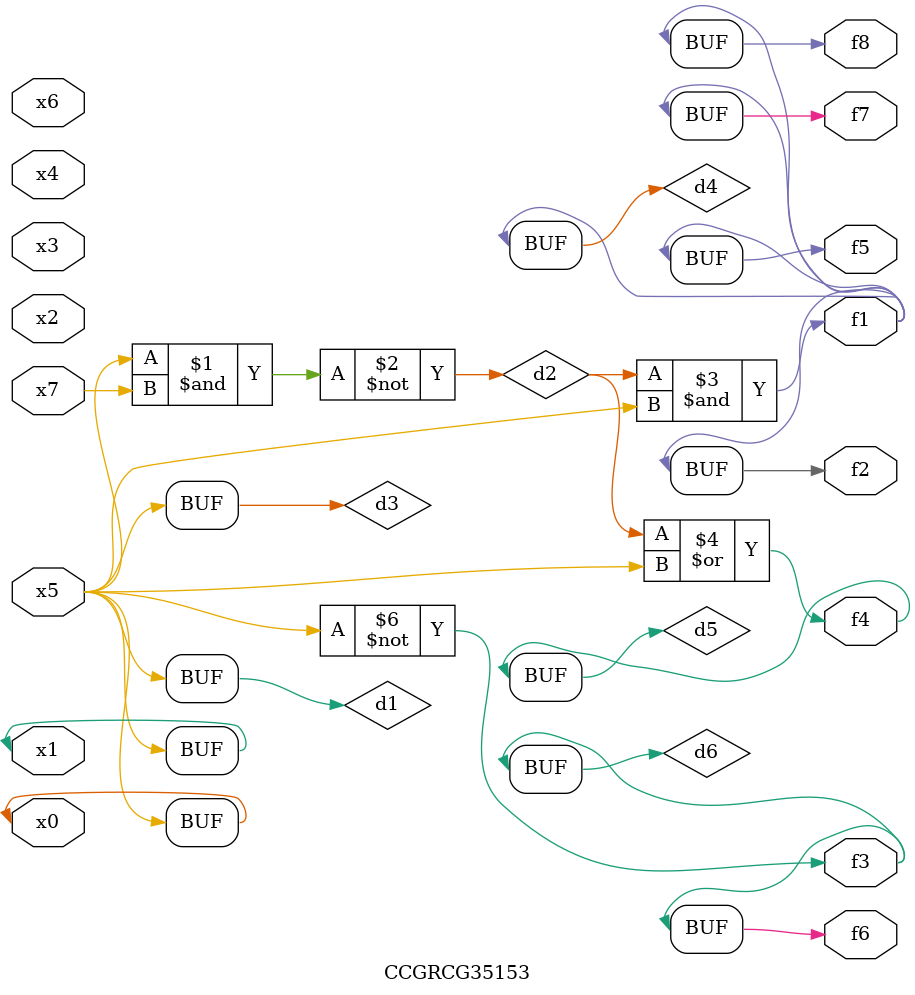
<source format=v>
module CCGRCG35153(
	input x0, x1, x2, x3, x4, x5, x6, x7,
	output f1, f2, f3, f4, f5, f6, f7, f8
);

	wire d1, d2, d3, d4, d5, d6;

	buf (d1, x0, x5);
	nand (d2, x5, x7);
	buf (d3, x0, x1);
	and (d4, d2, d3);
	or (d5, d2, d3);
	nor (d6, d1, d3);
	assign f1 = d4;
	assign f2 = d4;
	assign f3 = d6;
	assign f4 = d5;
	assign f5 = d4;
	assign f6 = d6;
	assign f7 = d4;
	assign f8 = d4;
endmodule

</source>
